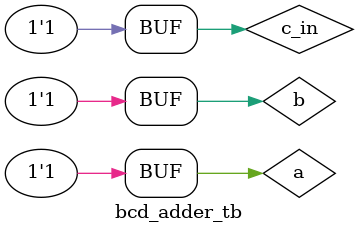
<source format=v>
module bcd_adder_tb;
	reg  a,b,c_in;
	wire [3:0] sum;
	wire carry;
	
	bcd_adder dut(a,b,c_in,sum,carry);

initial
	begin
		a = 0;  b = 0;  c_in = 0;   #100;
        a = 6;  b = 9;  c_in = 0;   #100;
        a = 3;  b = 3;  c_in = 1;   #100;
        a = 4;  b = 5;  c_in = 0;   #100;
        a = 8;  b = 2;  c_in = 0;   #100;
        a = 9;  b = 9;  c_in = 1;   #100;

	end
endmodule

</source>
